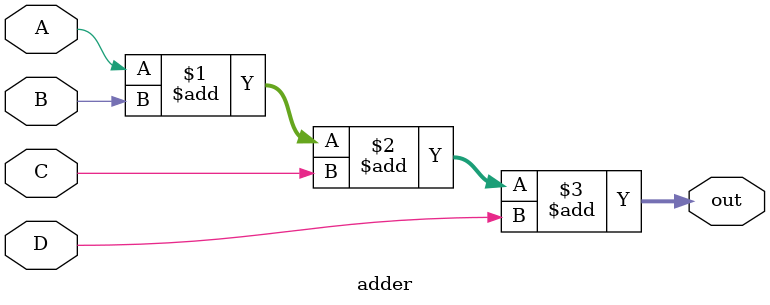
<source format=v>
module adder (A,B,C,D,out);

	input A,B,C,D;
	output [3:0]out;
	
	assign out=A+B+C+D;
	
endmodule

</source>
